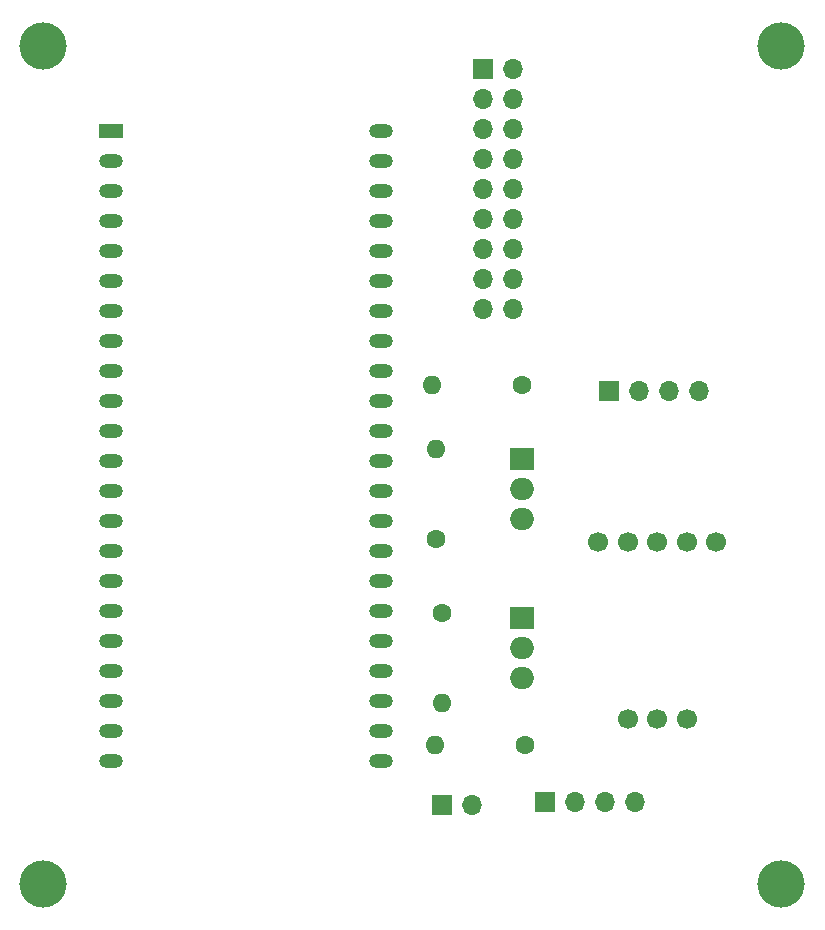
<source format=gbr>
%TF.GenerationSoftware,KiCad,Pcbnew,8.0.5*%
%TF.CreationDate,2025-05-05T01:51:08+02:00*%
%TF.ProjectId,nodo_sensor,6e6f646f-5f73-4656-9e73-6f722e6b6963,rev?*%
%TF.SameCoordinates,Original*%
%TF.FileFunction,Soldermask,Bot*%
%TF.FilePolarity,Negative*%
%FSLAX46Y46*%
G04 Gerber Fmt 4.6, Leading zero omitted, Abs format (unit mm)*
G04 Created by KiCad (PCBNEW 8.0.5) date 2025-05-05 01:51:08*
%MOMM*%
%LPD*%
G01*
G04 APERTURE LIST*
%ADD10C,4.000000*%
%ADD11C,1.600000*%
%ADD12O,1.600000X1.600000*%
%ADD13R,1.700000X1.700000*%
%ADD14O,1.700000X1.700000*%
%ADD15R,2.000000X1.905000*%
%ADD16O,2.000000X1.905000*%
%ADD17C,1.700000*%
%ADD18R,2.000000X1.200000*%
%ADD19O,2.000000X1.200000*%
G04 APERTURE END LIST*
D10*
%TO.C,REF\u002A\u002A*%
X176250000Y-144750000D03*
%TD*%
D11*
%TO.C,RS1*%
X154310000Y-102500000D03*
D12*
X146690000Y-102500000D03*
%TD*%
D13*
%TO.C,J3*%
X156200000Y-137750000D03*
D14*
X158740000Y-137750000D03*
X161280000Y-137750000D03*
X163820000Y-137750000D03*
%TD*%
D13*
%TO.C,J1*%
X147475000Y-138000000D03*
D14*
X150015000Y-138000000D03*
%TD*%
D15*
%TO.C,Q2*%
X154250000Y-122250000D03*
D16*
X154250000Y-124790000D03*
X154250000Y-127330000D03*
%TD*%
D17*
%TO.C,MAX1*%
X160750000Y-115750000D03*
X163250000Y-115750000D03*
X165750000Y-115750000D03*
X168250000Y-115750000D03*
X170750000Y-115750000D03*
X163250000Y-130750000D03*
X165750000Y-130750000D03*
X168250000Y-130750000D03*
%TD*%
D10*
%TO.C,REF\u002A\u002A*%
X113750000Y-144750000D03*
%TD*%
D13*
%TO.C,J2*%
X161670000Y-103000000D03*
D14*
X164210000Y-103000000D03*
X166750000Y-103000000D03*
X169290000Y-103000000D03*
%TD*%
D15*
%TO.C,Q1*%
X154250000Y-108750000D03*
D16*
X154250000Y-111290000D03*
X154250000Y-113830000D03*
%TD*%
D10*
%TO.C,REF\u002A\u002A*%
X176250000Y-73750000D03*
%TD*%
D11*
%TO.C,RG2*%
X147500000Y-121750000D03*
D12*
X147500000Y-129370000D03*
%TD*%
D18*
%TO.C,U1*%
X119455000Y-81008120D03*
D19*
X119455000Y-83548120D03*
X119455000Y-86088120D03*
X119455000Y-88628120D03*
X119455000Y-91168120D03*
X119455000Y-93708120D03*
X119455000Y-96248120D03*
X119455000Y-98788120D03*
X119455000Y-101328120D03*
X119455000Y-103868120D03*
X119455000Y-106408120D03*
X119455000Y-108948120D03*
X119455000Y-111488120D03*
X119455000Y-114028120D03*
X119455000Y-116568120D03*
X119455000Y-119108120D03*
X119455000Y-121648120D03*
X119455000Y-124188120D03*
X119455000Y-126728120D03*
X119451320Y-129265400D03*
X119451320Y-131805400D03*
X119451320Y-134345400D03*
X142315000Y-134348120D03*
X142315000Y-131808120D03*
X142315000Y-129268120D03*
X142315000Y-126728120D03*
X142315000Y-124188120D03*
X142315000Y-121648120D03*
X142315000Y-119108120D03*
X142315000Y-116568120D03*
X142315000Y-114028120D03*
X142315000Y-111488120D03*
X142315000Y-108948120D03*
X142315000Y-106408120D03*
X142315000Y-103868120D03*
X142315000Y-101328120D03*
X142315000Y-98788120D03*
X142315000Y-96248120D03*
X142315000Y-93708120D03*
X142315000Y-91168120D03*
X142315000Y-88628120D03*
X142315000Y-86088120D03*
X142315000Y-83548120D03*
X142315000Y-81008120D03*
%TD*%
D11*
%TO.C,RS2*%
X154560000Y-133000000D03*
D12*
X146940000Y-133000000D03*
%TD*%
D11*
%TO.C,RG1*%
X147000000Y-115560000D03*
D12*
X147000000Y-107940000D03*
%TD*%
D10*
%TO.C,REF\u002A\u002A*%
X113750000Y-73750000D03*
%TD*%
D13*
%TO.C,J4*%
X151000000Y-75750000D03*
D14*
X153540000Y-75750000D03*
X151000000Y-78290000D03*
X153540000Y-78290000D03*
X151000000Y-80830000D03*
X153540000Y-80830000D03*
X151000000Y-83370000D03*
X153540000Y-83370000D03*
X151000000Y-85910000D03*
X153540000Y-85910000D03*
X151000000Y-88450000D03*
X153540000Y-88450000D03*
X151000000Y-90990000D03*
X153540000Y-90990000D03*
X151000000Y-93530000D03*
X153540000Y-93530000D03*
X151000000Y-96070000D03*
X153540000Y-96070000D03*
%TD*%
M02*

</source>
